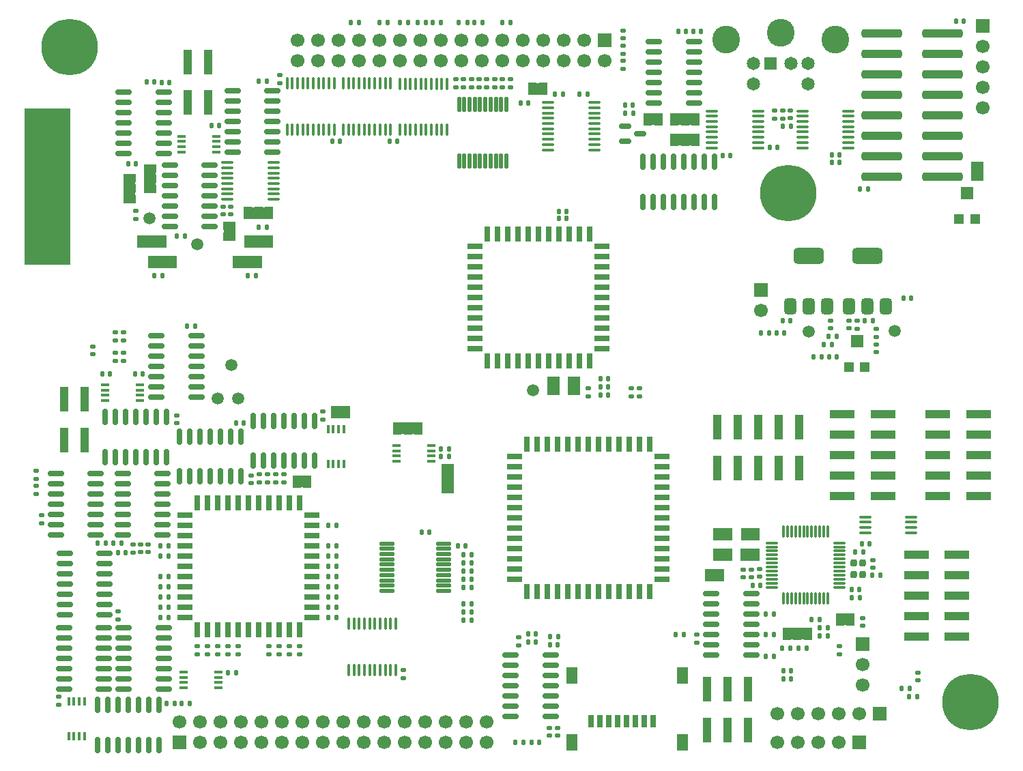
<source format=gts>
G04 #@! TF.GenerationSoftware,KiCad,Pcbnew,9.0.2*
G04 #@! TF.CreationDate,2025-07-03T22:36:25-04:00*
G04 #@! TF.ProjectId,Homebrew6502Project,486f6d65-6272-4657-9736-35303250726f,A*
G04 #@! TF.SameCoordinates,Original*
G04 #@! TF.FileFunction,Soldermask,Top*
G04 #@! TF.FilePolarity,Negative*
%FSLAX46Y46*%
G04 Gerber Fmt 4.6, Leading zero omitted, Abs format (unit mm)*
G04 Created by KiCad (PCBNEW 9.0.2) date 2025-07-03 22:36:25*
%MOMM*%
%LPD*%
G01*
G04 APERTURE LIST*
G04 Aperture macros list*
%AMRoundRect*
0 Rectangle with rounded corners*
0 $1 Rounding radius*
0 $2 $3 $4 $5 $6 $7 $8 $9 X,Y pos of 4 corners*
0 Add a 4 corners polygon primitive as box body*
4,1,4,$2,$3,$4,$5,$6,$7,$8,$9,$2,$3,0*
0 Add four circle primitives for the rounded corners*
1,1,$1+$1,$2,$3*
1,1,$1+$1,$4,$5*
1,1,$1+$1,$6,$7*
1,1,$1+$1,$8,$9*
0 Add four rect primitives between the rounded corners*
20,1,$1+$1,$2,$3,$4,$5,0*
20,1,$1+$1,$4,$5,$6,$7,0*
20,1,$1+$1,$6,$7,$8,$9,0*
20,1,$1+$1,$8,$9,$2,$3,0*%
G04 Aperture macros list end*
%ADD10C,0.100000*%
%ADD11RoundRect,0.135000X-0.185000X0.135000X-0.185000X-0.135000X0.185000X-0.135000X0.185000X0.135000X0*%
%ADD12RoundRect,0.140000X-0.140000X-0.170000X0.140000X-0.170000X0.140000X0.170000X-0.140000X0.170000X0*%
%ADD13RoundRect,0.147500X0.147500X0.172500X-0.147500X0.172500X-0.147500X-0.172500X0.147500X-0.172500X0*%
%ADD14RoundRect,0.140000X-0.170000X0.140000X-0.170000X-0.140000X0.170000X-0.140000X0.170000X0.140000X0*%
%ADD15RoundRect,0.140000X0.140000X0.170000X-0.140000X0.170000X-0.140000X-0.170000X0.140000X-0.170000X0*%
%ADD16RoundRect,0.140000X0.170000X-0.140000X0.170000X0.140000X-0.170000X0.140000X-0.170000X-0.140000X0*%
%ADD17R,1.200000X1.200000*%
%ADD18R,1.600000X1.500000*%
%ADD19RoundRect,0.135000X0.135000X0.185000X-0.135000X0.185000X-0.135000X-0.185000X0.135000X-0.185000X0*%
%ADD20RoundRect,0.100000X-0.637500X-0.100000X0.637500X-0.100000X0.637500X0.100000X-0.637500X0.100000X0*%
%ADD21R,1.000000X1.500000*%
%ADD22R,1.700000X1.700000*%
%ADD23C,1.700000*%
%ADD24RoundRect,0.125000X-0.825000X-0.125000X0.825000X-0.125000X0.825000X0.125000X-0.825000X0.125000X0*%
%ADD25R,1.000000X3.150000*%
%ADD26RoundRect,0.150000X0.825000X0.150000X-0.825000X0.150000X-0.825000X-0.150000X0.825000X-0.150000X0*%
%ADD27RoundRect,0.135000X-0.135000X-0.185000X0.135000X-0.185000X0.135000X0.185000X-0.135000X0.185000X0*%
%ADD28RoundRect,0.075000X-0.662500X-0.075000X0.662500X-0.075000X0.662500X0.075000X-0.662500X0.075000X0*%
%ADD29RoundRect,0.075000X-0.075000X-0.662500X0.075000X-0.662500X0.075000X0.662500X-0.075000X0.662500X0*%
%ADD30C,3.900000*%
%ADD31C,7.000000*%
%ADD32R,3.150000X1.000000*%
%ADD33RoundRect,0.150000X0.150000X-0.825000X0.150000X0.825000X-0.150000X0.825000X-0.150000X-0.825000X0*%
%ADD34RoundRect,0.150000X-0.150000X0.825000X-0.150000X-0.825000X0.150000X-0.825000X0.150000X0.825000X0*%
%ADD35R,1.500000X1.000000*%
%ADD36RoundRect,0.200000X-0.200000X0.250000X-0.200000X-0.250000X0.200000X-0.250000X0.200000X0.250000X0*%
%ADD37RoundRect,0.150000X-0.825000X-0.150000X0.825000X-0.150000X0.825000X0.150000X-0.825000X0.150000X0*%
%ADD38RoundRect,0.100000X0.100000X-0.637500X0.100000X0.637500X-0.100000X0.637500X-0.100000X-0.637500X0*%
%ADD39RoundRect,0.147500X0.172500X-0.147500X0.172500X0.147500X-0.172500X0.147500X-0.172500X-0.147500X0*%
%ADD40RoundRect,0.147500X-0.172500X0.147500X-0.172500X-0.147500X0.172500X-0.147500X0.172500X0.147500X0*%
%ADD41R,1.100000X0.400000*%
%ADD42RoundRect,0.375000X0.375000X-0.625000X0.375000X0.625000X-0.375000X0.625000X-0.375000X-0.625000X0*%
%ADD43RoundRect,0.500000X1.400000X-0.500000X1.400000X0.500000X-1.400000X0.500000X-1.400000X-0.500000X0*%
%ADD44C,1.500000*%
%ADD45R,0.700000X1.925000*%
%ADD46R,1.925000X0.700000*%
%ADD47R,0.400000X1.100000*%
%ADD48R,0.800000X1.500000*%
%ADD49R,1.450000X2.000000*%
%ADD50RoundRect,0.135000X0.185000X-0.135000X0.185000X0.135000X-0.185000X0.135000X-0.185000X-0.135000X0*%
%ADD51R,0.700000X1.910000*%
%ADD52R,1.910000X0.700000*%
%ADD53RoundRect,0.100000X0.637500X0.100000X-0.637500X0.100000X-0.637500X-0.100000X0.637500X-0.100000X0*%
%ADD54RoundRect,0.125000X0.125000X-0.825000X0.125000X0.825000X-0.125000X0.825000X-0.125000X-0.825000X0*%
%ADD55RoundRect,0.150000X-0.587500X-0.150000X0.587500X-0.150000X0.587500X0.150000X-0.587500X0.150000X0*%
%ADD56RoundRect,0.100000X-0.100000X0.637500X-0.100000X-0.637500X0.100000X-0.637500X0.100000X0.637500X0*%
%ADD57RoundRect,0.250000X-2.250000X-0.260000X2.250000X-0.260000X2.250000X0.260000X-2.250000X0.260000X0*%
%ADD58R,1.650000X1.650000*%
%ADD59C,1.650000*%
%ADD60C,3.450000*%
G04 APERTURE END LIST*
D10*
X83312000Y-68580000D02*
X88900000Y-68580000D01*
X88900000Y-87884000D01*
X83312000Y-87884000D01*
X83312000Y-68580000D01*
G36*
X83312000Y-68580000D02*
G01*
X88900000Y-68580000D01*
X88900000Y-87884000D01*
X83312000Y-87884000D01*
X83312000Y-68580000D01*
G37*
G36*
X147102468Y-66927201D02*
G01*
X146802468Y-66927201D01*
X146802468Y-65427201D01*
X147102468Y-65427201D01*
X147102468Y-66927201D01*
G37*
G36*
X101177265Y-88390800D02*
G01*
X99577265Y-88390800D01*
X99577265Y-86890800D01*
X101177265Y-86890800D01*
X101177265Y-88390800D01*
G37*
G36*
X117835265Y-115634200D02*
G01*
X117535265Y-115634200D01*
X117535265Y-114134200D01*
X117835265Y-114134200D01*
X117835265Y-115634200D01*
G37*
G36*
X166004065Y-73216200D02*
G01*
X164404065Y-73216200D01*
X164404065Y-71716200D01*
X166004065Y-71716200D01*
X166004065Y-73216200D01*
G37*
G36*
X122627265Y-107026200D02*
G01*
X122327265Y-107026200D01*
X122327265Y-105526200D01*
X122627265Y-105526200D01*
X122627265Y-107026200D01*
G37*
G36*
X113087468Y-82342801D02*
G01*
X111487468Y-82342801D01*
X111487468Y-80842801D01*
X113087468Y-80842801D01*
X113087468Y-82342801D01*
G37*
G36*
X99575468Y-76525601D02*
G01*
X98075468Y-76525601D01*
X98075468Y-78125601D01*
X99575468Y-78125601D01*
X99575468Y-76525601D01*
G37*
G36*
X109477468Y-83702201D02*
G01*
X107977468Y-83702201D01*
X107977468Y-84002201D01*
X109477468Y-84002201D01*
X109477468Y-83702201D01*
G37*
G36*
X166013265Y-70676200D02*
G01*
X164413265Y-70676200D01*
X164413265Y-69176200D01*
X166013265Y-69176200D01*
X166013265Y-70676200D01*
G37*
G36*
X135034765Y-115351200D02*
G01*
X136534765Y-115351200D01*
X136534765Y-113751200D01*
X135034765Y-113751200D01*
X135034765Y-115351200D01*
G37*
G36*
X152223865Y-102891400D02*
G01*
X150723865Y-102891400D01*
X150723865Y-103191400D01*
X152223865Y-103191400D01*
X152223865Y-102891400D01*
G37*
G36*
X148183865Y-103191400D02*
G01*
X149683865Y-103191400D01*
X149683865Y-102891400D01*
X148183865Y-102891400D01*
X148183865Y-103191400D01*
G37*
G36*
X202204465Y-76238200D02*
G01*
X200704465Y-76238200D01*
X200704465Y-76538200D01*
X202204465Y-76538200D01*
X202204465Y-76238200D01*
G37*
G36*
X130052265Y-107526200D02*
G01*
X131652265Y-107526200D01*
X131652265Y-109026200D01*
X130052265Y-109026200D01*
X130052265Y-107526200D01*
G37*
G36*
X97035468Y-77724001D02*
G01*
X95535468Y-77724001D01*
X95535468Y-79324001D01*
X97035468Y-79324001D01*
X97035468Y-77724001D01*
G37*
G36*
X173163865Y-120687400D02*
G01*
X173463865Y-120687400D01*
X173463865Y-122187400D01*
X173163865Y-122187400D01*
X173163865Y-120687400D01*
G37*
G36*
X113127265Y-85876200D02*
G01*
X111527265Y-85876200D01*
X111527265Y-84376200D01*
X113127265Y-84376200D01*
X113127265Y-85876200D01*
G37*
G36*
X173148865Y-123227400D02*
G01*
X173448865Y-123227400D01*
X173448865Y-124727400D01*
X173148865Y-124727400D01*
X173148865Y-123227400D01*
G37*
G36*
X185259865Y-132728400D02*
G01*
X184959865Y-132728400D01*
X184959865Y-131228400D01*
X185259865Y-131228400D01*
X185259865Y-132728400D01*
G37*
G36*
X161121665Y-69176200D02*
G01*
X161421665Y-69176200D01*
X161421665Y-70676200D01*
X161121665Y-70676200D01*
X161121665Y-69176200D01*
G37*
G36*
X170049865Y-122187400D02*
G01*
X169749865Y-122187400D01*
X169749865Y-120687400D01*
X170049865Y-120687400D01*
X170049865Y-122187400D01*
G37*
G36*
X170064865Y-124727400D02*
G01*
X169764865Y-124727400D01*
X169764865Y-123227400D01*
X170064865Y-123227400D01*
X170064865Y-124727400D01*
G37*
G36*
X111725665Y-88375300D02*
G01*
X110125665Y-88375300D01*
X110125665Y-86875300D01*
X111725665Y-86875300D01*
X111725665Y-88375300D01*
G37*
G36*
X99877265Y-85876200D02*
G01*
X98277265Y-85876200D01*
X98277265Y-84376200D01*
X99877265Y-84376200D01*
X99877265Y-85876200D01*
G37*
G36*
X179955865Y-134506400D02*
G01*
X178355865Y-134506400D01*
X178355865Y-133006400D01*
X179955865Y-133006400D01*
X179955865Y-134506400D01*
G37*
G36*
X169031265Y-127267400D02*
G01*
X168731265Y-127267400D01*
X168731265Y-125767400D01*
X169031265Y-125767400D01*
X169031265Y-127267400D01*
G37*
D11*
X97047468Y-81284001D03*
X97047468Y-82304001D03*
X114891265Y-135319700D03*
X114891265Y-136339700D03*
D12*
X154704865Y-103153400D03*
X155664865Y-103153400D03*
D13*
X147126465Y-147269200D03*
X146156465Y-147269200D03*
D14*
X111386065Y-114127400D03*
X111386065Y-115087400D03*
D12*
X121482268Y-72702801D03*
X122442268Y-72702801D03*
D15*
X113312468Y-65177201D03*
X112352468Y-65177201D03*
D16*
X107927468Y-81712201D03*
X107927468Y-80752201D03*
D17*
X185542065Y-100708600D03*
D18*
X186542065Y-97458600D03*
D17*
X187542065Y-100708600D03*
D19*
X188512065Y-94958600D03*
X187492065Y-94958600D03*
D12*
X177408465Y-139344400D03*
X178368465Y-139344400D03*
D11*
X84752265Y-113556200D03*
X84752265Y-114576200D03*
D19*
X101177265Y-129223700D03*
X100157265Y-129223700D03*
D14*
X98635265Y-122707400D03*
X98635265Y-123667400D03*
D20*
X179780265Y-68921200D03*
X179780265Y-69571200D03*
X179780265Y-70221200D03*
X179780265Y-70871200D03*
X179780265Y-71521200D03*
X179780265Y-72171200D03*
X179780265Y-72821200D03*
X179780265Y-73471200D03*
X185505265Y-73471200D03*
X185505265Y-72821200D03*
X185505265Y-72171200D03*
X185505265Y-71521200D03*
X185505265Y-70871200D03*
X185505265Y-70221200D03*
X185505265Y-69571200D03*
X185505265Y-68921200D03*
D11*
X159601865Y-103276400D03*
X159601865Y-104296400D03*
D12*
X187156865Y-122580400D03*
X188116865Y-122580400D03*
D21*
X147602468Y-66177201D03*
X146302468Y-66177201D03*
D11*
X140633868Y-64926401D03*
X140633868Y-65946401D03*
D22*
X102496065Y-147243800D03*
D23*
X102496065Y-144703800D03*
X105036065Y-147243800D03*
X105036065Y-144703800D03*
X107576065Y-147243800D03*
X107576065Y-144703800D03*
X110116065Y-147243800D03*
X110116065Y-144703800D03*
X112656065Y-147243800D03*
X112656065Y-144703800D03*
X115196065Y-147243800D03*
X115196065Y-144703800D03*
X117736065Y-147243800D03*
X117736065Y-144703800D03*
X120276065Y-147243800D03*
X120276065Y-144703800D03*
X122816065Y-147243800D03*
X122816065Y-144703800D03*
X125356065Y-147243800D03*
X125356065Y-144703800D03*
X127896065Y-147243800D03*
X127896065Y-144703800D03*
X130436065Y-147243800D03*
X130436065Y-144703800D03*
X132976065Y-147243800D03*
X132976065Y-144703800D03*
X135516065Y-147243800D03*
X135516065Y-144703800D03*
X138056065Y-147243800D03*
X138056065Y-144703800D03*
X140596065Y-147243800D03*
X140596065Y-144703800D03*
D12*
X100922265Y-142401200D03*
X101882265Y-142401200D03*
D11*
X141599068Y-64926401D03*
X141599068Y-65946401D03*
D19*
X122003265Y-120333700D03*
X120983265Y-120333700D03*
D12*
X137017265Y-122885200D03*
X137977265Y-122885200D03*
D19*
X176238865Y-131343400D03*
X175218865Y-131343400D03*
D21*
X101677265Y-87640800D03*
X100377265Y-87640800D03*
X99077265Y-87640800D03*
D14*
X185542065Y-94908600D03*
X185542065Y-95868600D03*
D12*
X102780665Y-142468600D03*
X103740665Y-142468600D03*
X134947265Y-111776200D03*
X135907265Y-111776200D03*
D21*
X118335265Y-114884200D03*
X117035265Y-114884200D03*
D12*
X183425665Y-75311000D03*
X184385665Y-75311000D03*
D11*
X166709865Y-133883400D03*
X166709865Y-134903400D03*
D12*
X94892265Y-123701200D03*
X95852265Y-123701200D03*
D11*
X188942065Y-95938600D03*
X188942065Y-96958600D03*
D24*
X128282265Y-122601200D03*
X128282265Y-123251200D03*
X128282265Y-123901200D03*
X128282265Y-124551200D03*
X128282265Y-125201200D03*
X128282265Y-125851200D03*
X128282265Y-126501200D03*
X128282265Y-127151200D03*
X128282265Y-127801200D03*
X128282265Y-128451200D03*
X135282265Y-128451200D03*
X135282265Y-127801200D03*
X135282265Y-127151200D03*
X135282265Y-126501200D03*
X135282265Y-125851200D03*
X135282265Y-125201200D03*
X135282265Y-124551200D03*
X135282265Y-123901200D03*
X135282265Y-123251200D03*
X135282265Y-122601200D03*
D11*
X142564268Y-64926401D03*
X142564268Y-65946401D03*
D25*
X167979865Y-145694400D03*
X167979865Y-140644400D03*
X170519865Y-145694400D03*
X170519865Y-140644400D03*
X173059865Y-145694400D03*
X173059865Y-140644400D03*
D26*
X92132765Y-121488200D03*
X92132765Y-120218200D03*
X92132765Y-118948200D03*
X92132765Y-117678200D03*
X92132765Y-116408200D03*
X92132765Y-115138200D03*
X92132765Y-113868200D03*
X87182765Y-113868200D03*
X87182765Y-115138200D03*
X87182765Y-116408200D03*
X87182765Y-117678200D03*
X87182765Y-118948200D03*
X87182765Y-120218200D03*
X87182765Y-121488200D03*
D27*
X120983265Y-122873700D03*
X122003265Y-122873700D03*
D11*
X157527265Y-60782200D03*
X157527265Y-61802200D03*
D12*
X148503265Y-134162800D03*
X149463265Y-134162800D03*
D28*
X176025365Y-122506400D03*
X176025365Y-123006400D03*
X176025365Y-123506400D03*
X176025365Y-124006400D03*
X176025365Y-124506400D03*
X176025365Y-125006400D03*
X176025365Y-125506400D03*
X176025365Y-126006400D03*
X176025365Y-126506400D03*
X176025365Y-127006400D03*
X176025365Y-127506400D03*
X176025365Y-128006400D03*
D29*
X177437865Y-129418900D03*
X177937865Y-129418900D03*
X178437865Y-129418900D03*
X178937865Y-129418900D03*
X179437865Y-129418900D03*
X179937865Y-129418900D03*
X180437865Y-129418900D03*
X180937865Y-129418900D03*
X181437865Y-129418900D03*
X181937865Y-129418900D03*
X182437865Y-129418900D03*
X182937865Y-129418900D03*
D28*
X184350365Y-128006400D03*
X184350365Y-127506400D03*
X184350365Y-127006400D03*
X184350365Y-126506400D03*
X184350365Y-126006400D03*
X184350365Y-125506400D03*
X184350365Y-125006400D03*
X184350365Y-124506400D03*
X184350365Y-124006400D03*
X184350365Y-123506400D03*
X184350365Y-123006400D03*
X184350365Y-122506400D03*
D29*
X182937865Y-121093900D03*
X182437865Y-121093900D03*
X181937865Y-121093900D03*
X181437865Y-121093900D03*
X180937865Y-121093900D03*
X180437865Y-121093900D03*
X179937865Y-121093900D03*
X179437865Y-121093900D03*
X178937865Y-121093900D03*
X178437865Y-121093900D03*
X177937865Y-121093900D03*
X177437865Y-121093900D03*
D27*
X137757865Y-123981400D03*
X138777865Y-123981400D03*
D11*
X107271265Y-135317700D03*
X107271265Y-136337700D03*
D15*
X184380465Y-74396600D03*
X183420465Y-74396600D03*
D12*
X108546465Y-138633200D03*
X109506465Y-138633200D03*
D21*
X166504065Y-72466200D03*
X165204065Y-72466200D03*
X163904065Y-72466200D03*
D16*
X114929068Y-65433201D03*
X114929068Y-64473201D03*
D27*
X120983265Y-127953700D03*
X122003265Y-127953700D03*
D12*
X149592865Y-82270600D03*
X150552865Y-82270600D03*
X183062065Y-96858600D03*
X184022065Y-96858600D03*
D14*
X188942065Y-97898600D03*
X188942065Y-98858600D03*
D27*
X137755865Y-127029400D03*
X138775865Y-127029400D03*
D30*
X200660000Y-142240000D03*
D31*
X200660000Y-142240000D03*
D11*
X106001265Y-135317700D03*
X106001265Y-136337700D03*
D12*
X134947265Y-110851200D03*
X135907265Y-110851200D03*
D11*
X113621265Y-135319700D03*
X113621265Y-136339700D03*
D16*
X130277265Y-139261200D03*
X130277265Y-138301200D03*
D32*
X193913265Y-124002800D03*
X198963265Y-124002800D03*
X193913265Y-126542800D03*
X198963265Y-126542800D03*
X193913265Y-129082800D03*
X198963265Y-129082800D03*
X193913265Y-131622800D03*
X198963265Y-131622800D03*
X193913265Y-134162800D03*
X198963265Y-134162800D03*
D12*
X166227265Y-59004200D03*
X167187265Y-59004200D03*
D27*
X137753865Y-130077400D03*
X138773865Y-130077400D03*
D14*
X172424865Y-125811400D03*
X172424865Y-126771400D03*
D21*
X123127265Y-106276200D03*
X121827265Y-106276200D03*
D22*
X202140265Y-58369200D03*
D23*
X202140265Y-60909200D03*
X202140265Y-63449200D03*
X202140265Y-65989200D03*
X202140265Y-68529200D03*
D27*
X120983265Y-126683700D03*
X122003265Y-126683700D03*
D33*
X92311965Y-147559800D03*
X93581965Y-147559800D03*
X94851965Y-147559800D03*
X96121965Y-147559800D03*
X97391965Y-147559800D03*
X98661965Y-147559800D03*
X99931965Y-147559800D03*
X99931965Y-142609800D03*
X98661965Y-142609800D03*
X97391965Y-142609800D03*
X96121965Y-142609800D03*
X94851965Y-142609800D03*
X93581965Y-142609800D03*
X92311965Y-142609800D03*
D27*
X120983265Y-129223700D03*
X122003265Y-129223700D03*
D21*
X113587468Y-81592801D03*
X112287468Y-81592801D03*
X110987468Y-81592801D03*
D15*
X103151265Y-84455000D03*
X102191265Y-84455000D03*
D34*
X100921265Y-106886200D03*
X99651265Y-106886200D03*
X98381265Y-106886200D03*
X97111265Y-106886200D03*
X95841265Y-106886200D03*
X94571265Y-106886200D03*
X93301265Y-106886200D03*
X93301265Y-111836200D03*
X94571265Y-111836200D03*
X95841265Y-111836200D03*
X97111265Y-111836200D03*
X98381265Y-111836200D03*
X99651265Y-111836200D03*
X100921265Y-111836200D03*
D35*
X98825468Y-76025601D03*
X98825468Y-77325601D03*
X98825468Y-78625601D03*
D30*
X88900000Y-60960000D03*
D31*
X88900000Y-60960000D03*
D36*
X186140865Y-124993400D03*
X186140865Y-126393400D03*
X187240865Y-126393400D03*
X187240865Y-124993400D03*
D27*
X120983265Y-125413700D03*
X122003265Y-125413700D03*
D12*
X154704865Y-104169400D03*
X155664865Y-104169400D03*
D14*
X97720865Y-122712600D03*
X97720865Y-123672600D03*
D27*
X137757865Y-132109400D03*
X138777865Y-132109400D03*
D12*
X145752265Y-133807200D03*
X146712265Y-133807200D03*
D37*
X88184665Y-132995700D03*
X88184665Y-134265700D03*
X88184665Y-135535700D03*
X88184665Y-136805700D03*
X88184665Y-138075700D03*
X88184665Y-139345700D03*
X88184665Y-140615700D03*
X93134665Y-140615700D03*
X93134665Y-139345700D03*
X93134665Y-138075700D03*
X93134665Y-136805700D03*
X93134665Y-135535700D03*
X93134665Y-134265700D03*
X93134665Y-132995700D03*
D14*
X157527265Y-58916200D03*
X157527265Y-59876200D03*
D35*
X108727468Y-83202201D03*
X108727468Y-84502201D03*
D15*
X93901200Y-101549200D03*
X92941200Y-101549200D03*
D38*
X129854468Y-71247301D03*
X130504468Y-71247301D03*
X131154468Y-71247301D03*
X131804468Y-71247301D03*
X132454468Y-71247301D03*
X133104468Y-71247301D03*
X133754468Y-71247301D03*
X134404468Y-71247301D03*
X135054468Y-71247301D03*
X135704468Y-71247301D03*
X135704468Y-65522301D03*
X135054468Y-65522301D03*
X134404468Y-65522301D03*
X133754468Y-65522301D03*
X133104468Y-65522301D03*
X132454468Y-65522301D03*
X131804468Y-65522301D03*
X131154468Y-65522301D03*
X130504468Y-65522301D03*
X129854468Y-65522301D03*
D22*
X174632065Y-91160600D03*
D23*
X174632065Y-93700600D03*
D15*
X97969665Y-101574600D03*
X97009665Y-101574600D03*
D27*
X112347265Y-83320001D03*
X113367265Y-83320001D03*
D25*
X106089868Y-62811801D03*
X106089868Y-67861801D03*
X103549868Y-62811801D03*
X103549868Y-67861801D03*
D14*
X174456865Y-125755400D03*
X174456865Y-126715400D03*
D39*
X84752265Y-116421200D03*
X84752265Y-115451200D03*
D14*
X178289665Y-68864600D03*
X178289665Y-69824600D03*
D22*
X186801265Y-147218400D03*
D23*
X184261265Y-147218400D03*
X181721265Y-147218400D03*
X179181265Y-147218400D03*
X176641265Y-147218400D03*
D20*
X108459768Y-75304601D03*
X108459768Y-75954601D03*
X108459768Y-76604601D03*
X108459768Y-77254601D03*
X108459768Y-77904601D03*
X108459768Y-78554601D03*
X108459768Y-79204601D03*
X108459768Y-79854601D03*
X114184768Y-79854601D03*
X114184768Y-79204601D03*
X114184768Y-78554601D03*
X114184768Y-77904601D03*
X114184768Y-77254601D03*
X114184768Y-76604601D03*
X114184768Y-75954601D03*
X114184768Y-75304601D03*
D15*
X174555865Y-127787400D03*
X173595865Y-127787400D03*
D21*
X166513265Y-69926200D03*
X165213265Y-69926200D03*
X163913265Y-69926200D03*
D35*
X135784765Y-115851200D03*
X135784765Y-114551200D03*
X135784765Y-113251200D03*
D11*
X138703468Y-64930401D03*
X138703468Y-65950401D03*
D35*
X151473865Y-102391400D03*
X151473865Y-103691400D03*
D27*
X137755865Y-124997400D03*
X138775865Y-124997400D03*
X137175468Y-57920001D03*
X138195468Y-57920001D03*
D37*
X101292268Y-75598401D03*
X101292268Y-76868401D03*
X101292268Y-78138401D03*
X101292268Y-79408401D03*
X101292268Y-80678401D03*
X101292268Y-81948401D03*
X101292268Y-83218401D03*
X106242268Y-83218401D03*
X106242268Y-81948401D03*
X106242268Y-80678401D03*
X106242268Y-79408401D03*
X106242268Y-78138401D03*
X106242268Y-76868401D03*
X106242268Y-75598401D03*
D40*
X95587265Y-96388200D03*
X95587265Y-97358200D03*
D30*
X178027265Y-79126200D03*
D31*
X178027265Y-79126200D03*
D14*
X91795600Y-98145600D03*
X91795600Y-99105600D03*
D19*
X124788268Y-57920001D03*
X123768268Y-57920001D03*
D12*
X144817665Y-67894200D03*
X145777665Y-67894200D03*
D11*
X137738268Y-64930401D03*
X137738268Y-65950401D03*
D41*
X102771468Y-72032601D03*
X102771468Y-72682601D03*
X102771468Y-73332601D03*
X102771468Y-73982601D03*
X107071468Y-73982601D03*
X107071468Y-73332601D03*
X107071468Y-72682601D03*
X107071468Y-72032601D03*
D20*
X168543765Y-68921200D03*
X168543765Y-69571200D03*
X168543765Y-70221200D03*
X168543765Y-70871200D03*
X168543765Y-71521200D03*
X168543765Y-72171200D03*
X168543765Y-72821200D03*
X168543765Y-73471200D03*
X174268765Y-73471200D03*
X174268765Y-72821200D03*
X174268765Y-72171200D03*
X174268765Y-71521200D03*
X174268765Y-70871200D03*
X174268765Y-70221200D03*
X174268765Y-69571200D03*
X174268765Y-68921200D03*
D35*
X148933865Y-103691400D03*
X148933865Y-102391400D03*
D12*
X157817265Y-69164200D03*
X158777265Y-69164200D03*
D42*
X178292065Y-93158600D03*
X180592065Y-93158600D03*
D43*
X180592065Y-86858600D03*
D42*
X182892065Y-93158600D03*
D11*
X115450065Y-113991200D03*
X115450065Y-115011200D03*
D19*
X101177265Y-127953700D03*
X100157265Y-127953700D03*
D12*
X177332065Y-94958600D03*
X178292065Y-94958600D03*
D27*
X181945865Y-132994400D03*
X182965865Y-132994400D03*
D12*
X92386765Y-122504200D03*
X93346765Y-122504200D03*
D16*
X187253865Y-132811400D03*
X187253865Y-131851400D03*
D44*
X107277265Y-104626200D03*
D22*
X187258465Y-135026400D03*
D23*
X187258465Y-137566400D03*
X187258465Y-140106400D03*
D16*
X87484665Y-142565000D03*
X87484665Y-141605000D03*
D32*
X184748465Y-106527600D03*
X189798465Y-106527600D03*
X184748465Y-109067600D03*
X189798465Y-109067600D03*
X184748465Y-111607600D03*
X189798465Y-111607600D03*
X184748465Y-114147600D03*
X189798465Y-114147600D03*
X184748465Y-116687600D03*
X189798465Y-116687600D03*
D11*
X116161265Y-135315700D03*
X116161265Y-136335700D03*
D42*
X185542065Y-93158600D03*
X187842065Y-93158600D03*
D43*
X187842065Y-86858600D03*
D42*
X190142065Y-93158600D03*
D38*
X122835368Y-71223501D03*
X123485368Y-71223501D03*
X124135368Y-71223501D03*
X124785368Y-71223501D03*
X125435368Y-71223501D03*
X126085368Y-71223501D03*
X126735368Y-71223501D03*
X127385368Y-71223501D03*
X128035368Y-71223501D03*
X128685368Y-71223501D03*
X128685368Y-65498501D03*
X128035368Y-65498501D03*
X127385368Y-65498501D03*
X126735368Y-65498501D03*
X126085368Y-65498501D03*
X125435368Y-65498501D03*
X124785368Y-65498501D03*
X124135368Y-65498501D03*
X123485368Y-65498501D03*
X122835368Y-65498501D03*
D45*
X111081265Y-117562700D03*
X109811265Y-117562700D03*
X108541265Y-117562700D03*
X107271265Y-117562700D03*
X106001265Y-117562700D03*
X104731265Y-117562700D03*
D46*
X103218765Y-119075200D03*
X103218765Y-120345200D03*
X103218765Y-121615200D03*
X103218765Y-122885200D03*
X103218765Y-124155200D03*
X103218765Y-125425200D03*
X103218765Y-126695200D03*
X103218765Y-127965200D03*
X103218765Y-129235200D03*
X103218765Y-130505200D03*
X103218765Y-131775200D03*
D45*
X104731265Y-133287700D03*
X106001265Y-133287700D03*
X107271265Y-133287700D03*
X108541265Y-133287700D03*
X109811265Y-133287700D03*
X111081265Y-133287700D03*
X112351265Y-133287700D03*
X113621265Y-133287700D03*
X114891265Y-133287700D03*
X116161265Y-133287700D03*
X117431265Y-133287700D03*
D46*
X118943765Y-131775200D03*
X118943765Y-130505200D03*
X118943765Y-129235200D03*
X118943765Y-127965200D03*
X118943765Y-126695200D03*
X118943765Y-125425200D03*
X118943765Y-124155200D03*
X118943765Y-122885200D03*
X118943765Y-121615200D03*
X118943765Y-120345200D03*
X118943765Y-119075200D03*
D45*
X117431265Y-117562700D03*
X116161265Y-117562700D03*
X114891265Y-117562700D03*
X113621265Y-117562700D03*
X112351265Y-117562700D03*
D19*
X134944268Y-57920001D03*
X133924268Y-57920001D03*
D12*
X177403265Y-138328400D03*
X178363265Y-138328400D03*
D27*
X181947865Y-134010400D03*
X182967865Y-134010400D03*
D35*
X201454465Y-75738200D03*
X201454465Y-77038200D03*
D16*
X120327265Y-107176200D03*
X120327265Y-106216200D03*
D21*
X129552265Y-108276200D03*
X130852265Y-108276200D03*
X132152265Y-108276200D03*
D13*
X184060265Y-99390200D03*
X183090265Y-99390200D03*
D11*
X144609265Y-134186200D03*
X144609265Y-135206200D03*
D12*
X148475265Y-135128000D03*
X149435265Y-135128000D03*
D35*
X96285468Y-77224001D03*
X96285468Y-78524001D03*
X96285468Y-79824001D03*
D21*
X172663865Y-121437400D03*
X173963865Y-121437400D03*
D32*
X196569865Y-106527600D03*
X201619865Y-106527600D03*
X196569865Y-109067600D03*
X201619865Y-109067600D03*
X196569865Y-111607600D03*
X201619865Y-111607600D03*
X196569865Y-114147600D03*
X201619865Y-114147600D03*
X196569865Y-116687600D03*
X201619865Y-116687600D03*
D21*
X113627265Y-85126200D03*
X112327265Y-85126200D03*
X111027265Y-85126200D03*
X172648865Y-123977400D03*
X173948865Y-123977400D03*
X185759865Y-131978400D03*
X184459865Y-131978400D03*
D12*
X145752265Y-134823200D03*
X146712265Y-134823200D03*
D44*
X191242065Y-96208600D03*
D47*
X88770265Y-146498200D03*
X89420265Y-146498200D03*
X90070265Y-146498200D03*
X90720265Y-146498200D03*
X90720265Y-142198200D03*
X90070265Y-142198200D03*
X89420265Y-142198200D03*
X88770265Y-142198200D03*
D19*
X101175265Y-122873700D03*
X100155265Y-122873700D03*
D20*
X148229468Y-67875001D03*
X148229468Y-68525001D03*
X148229468Y-69175001D03*
X148229468Y-69825001D03*
X148229468Y-70475001D03*
X148229468Y-71125001D03*
X148229468Y-71775001D03*
X148229468Y-72425001D03*
X148229468Y-73075001D03*
X148229468Y-73725001D03*
X153954468Y-73725001D03*
X153954468Y-73075001D03*
X153954468Y-72425001D03*
X153954468Y-71775001D03*
X153954468Y-71125001D03*
X153954468Y-70475001D03*
X153954468Y-69825001D03*
X153954468Y-69175001D03*
X153954468Y-68525001D03*
X153954468Y-67875001D03*
D19*
X101177265Y-131763700D03*
X100157265Y-131763700D03*
D15*
X110466465Y-107619800D03*
X109506465Y-107619800D03*
D21*
X160621665Y-69926200D03*
X161921665Y-69926200D03*
D14*
X108852468Y-80767201D03*
X108852468Y-81727201D03*
D11*
X113418065Y-113993200D03*
X113418065Y-115013200D03*
D14*
X183292065Y-94898600D03*
X183292065Y-95858600D03*
D21*
X170549865Y-121437400D03*
X169249865Y-121437400D03*
D19*
X145144465Y-147269200D03*
X144124465Y-147269200D03*
D15*
X104421265Y-95580200D03*
X103461265Y-95580200D03*
D48*
X161246865Y-144618400D03*
X160146865Y-144618400D03*
X159046865Y-144618400D03*
X157946865Y-144618400D03*
X156846865Y-144618400D03*
X155746865Y-144618400D03*
X154646865Y-144618400D03*
X153546865Y-144618400D03*
D49*
X164921865Y-147218400D03*
X164921865Y-138918400D03*
X151171865Y-147218400D03*
X151171865Y-138918400D03*
D19*
X100372665Y-89368000D03*
X99352665Y-89368000D03*
D44*
X108922265Y-100406200D03*
D11*
X108541265Y-135317700D03*
X108541265Y-136337700D03*
D22*
X155264268Y-60155201D03*
D23*
X155264268Y-62695201D03*
X152724268Y-60155201D03*
X152724268Y-62695201D03*
X150184268Y-60155201D03*
X150184268Y-62695201D03*
X147644268Y-60155201D03*
X147644268Y-62695201D03*
X145104268Y-60155201D03*
X145104268Y-62695201D03*
X142564268Y-60155201D03*
X142564268Y-62695201D03*
X140024268Y-60155201D03*
X140024268Y-62695201D03*
X137484268Y-60155201D03*
X137484268Y-62695201D03*
X134944268Y-60155201D03*
X134944268Y-62695201D03*
X132404268Y-60155201D03*
X132404268Y-62695201D03*
X129864268Y-60155201D03*
X129864268Y-62695201D03*
X127324268Y-60155201D03*
X127324268Y-62695201D03*
X124784268Y-60155201D03*
X124784268Y-62695201D03*
X122244268Y-60155201D03*
X122244268Y-62695201D03*
X119704268Y-60155201D03*
X119704268Y-62695201D03*
X117164268Y-60155201D03*
X117164268Y-62695201D03*
D21*
X170564865Y-123977400D03*
X169264865Y-123977400D03*
D11*
X136773068Y-64930401D03*
X136773068Y-65950401D03*
D44*
X109811265Y-104626200D03*
X146387265Y-103555800D03*
D12*
X128571468Y-72702801D03*
X129531468Y-72702801D03*
D26*
X100538468Y-74226801D03*
X100538468Y-72956801D03*
X100538468Y-71686801D03*
X100538468Y-70416801D03*
X100538468Y-69146801D03*
X100538468Y-67876801D03*
X100538468Y-66606801D03*
X95588468Y-66606801D03*
X95588468Y-67876801D03*
X95588468Y-69146801D03*
X95588468Y-70416801D03*
X95588468Y-71686801D03*
X95588468Y-72956801D03*
X95588468Y-74226801D03*
D12*
X164098865Y-133908800D03*
X165058865Y-133908800D03*
D15*
X176664065Y-73431400D03*
X175704065Y-73431400D03*
D11*
X184360265Y-135327200D03*
X184360265Y-136347200D03*
D27*
X137753865Y-128045400D03*
X138773865Y-128045400D03*
D19*
X140079068Y-57920001D03*
X139059068Y-57920001D03*
X176238865Y-133883400D03*
X175218865Y-133883400D03*
D50*
X153251865Y-104300400D03*
X153251865Y-103280400D03*
D21*
X112225665Y-87625300D03*
X110925665Y-87625300D03*
X109625665Y-87625300D03*
D14*
X148380865Y-145451400D03*
X148380865Y-146411400D03*
D21*
X100377265Y-85126200D03*
X99077265Y-85126200D03*
X97777265Y-85126200D03*
D15*
X170844865Y-74447400D03*
X169884865Y-74447400D03*
D12*
X96151265Y-75463400D03*
X97111265Y-75463400D03*
X149592865Y-81356200D03*
X150552865Y-81356200D03*
D22*
X189341265Y-143662400D03*
D23*
X186801265Y-143662400D03*
X184261265Y-143662400D03*
X181721265Y-143662400D03*
X179181265Y-143662400D03*
X176641265Y-143662400D03*
D12*
X154704865Y-102137400D03*
X155664865Y-102137400D03*
X152147468Y-66827201D03*
X153107468Y-66827201D03*
D27*
X120987265Y-131763700D03*
X122007265Y-131763700D03*
D44*
X98774668Y-82202401D03*
D41*
X103004065Y-138531600D03*
X103004065Y-139181600D03*
X103004065Y-139831600D03*
X103004065Y-140481600D03*
X107304065Y-140481600D03*
X107304065Y-139831600D03*
X107304065Y-139181600D03*
X107304065Y-138531600D03*
D16*
X102191265Y-107670600D03*
X102191265Y-106710600D03*
D51*
X153251865Y-110265400D03*
X151981865Y-110265400D03*
X150711865Y-110265400D03*
X149441865Y-110265400D03*
X148171865Y-110265400D03*
X146901865Y-110265400D03*
X145631865Y-110265400D03*
D52*
X144111865Y-111785400D03*
X144111865Y-113055400D03*
X144111865Y-114325400D03*
X144111865Y-115595400D03*
X144111865Y-116865400D03*
X144111865Y-118135400D03*
X144111865Y-119405400D03*
X144111865Y-120675400D03*
X144111865Y-121945400D03*
X144111865Y-123215400D03*
X144111865Y-124485400D03*
X144111865Y-125755400D03*
X144111865Y-127025400D03*
D51*
X145631865Y-128545400D03*
X146901865Y-128545400D03*
X148171865Y-128545400D03*
X149441865Y-128545400D03*
X150711865Y-128545400D03*
X151981865Y-128545400D03*
X153251865Y-128545400D03*
X154521865Y-128545400D03*
X155791865Y-128545400D03*
X157061865Y-128545400D03*
X158331865Y-128545400D03*
X159601865Y-128545400D03*
X160871865Y-128545400D03*
D52*
X162391865Y-127025400D03*
X162391865Y-125755400D03*
X162391865Y-124485400D03*
X162391865Y-123215400D03*
X162391865Y-121945400D03*
X162391865Y-120675400D03*
X162391865Y-119405400D03*
X162391865Y-118135400D03*
X162391865Y-116865400D03*
X162391865Y-115595400D03*
X162391865Y-114325400D03*
X162391865Y-113055400D03*
X162391865Y-111785400D03*
D51*
X160871865Y-110265400D03*
X159601865Y-110265400D03*
X158331865Y-110265400D03*
X157061865Y-110265400D03*
X155791865Y-110265400D03*
X154521865Y-110265400D03*
D11*
X114434065Y-113993200D03*
X114434065Y-115013200D03*
D12*
X198866265Y-57734200D03*
X199826265Y-57734200D03*
D11*
X117431265Y-135315700D03*
X117431265Y-136335700D03*
D12*
X177380465Y-70789800D03*
X178340465Y-70789800D03*
X192332065Y-92108600D03*
X193292065Y-92108600D03*
D44*
X180592065Y-96258600D03*
D27*
X120985265Y-130493700D03*
X122005265Y-130493700D03*
D21*
X180455865Y-133756400D03*
X179155865Y-133756400D03*
X177855865Y-133756400D03*
D14*
X173440865Y-125811400D03*
X173440865Y-126771400D03*
D44*
X104731265Y-85420200D03*
D15*
X99415600Y-65328800D03*
X98455600Y-65328800D03*
D40*
X95587265Y-98928200D03*
X95587265Y-99898200D03*
D19*
X101177265Y-130493700D03*
X100157265Y-130493700D03*
D11*
X186542065Y-94908600D03*
X186542065Y-95928600D03*
D15*
X165335665Y-59004200D03*
X164375665Y-59004200D03*
D11*
X158585865Y-103276400D03*
X158585865Y-104296400D03*
D27*
X137753865Y-126013400D03*
X138773865Y-126013400D03*
D25*
X179409865Y-108132400D03*
X179409865Y-113182400D03*
X176869865Y-108132400D03*
X176869865Y-113182400D03*
X174329865Y-108132400D03*
X174329865Y-113182400D03*
X171789865Y-108132400D03*
X171789865Y-113182400D03*
X169249865Y-108132400D03*
X169249865Y-113182400D03*
D19*
X178270865Y-135534400D03*
X177250865Y-135534400D03*
D50*
X177324465Y-69875400D03*
X177324465Y-68855400D03*
D34*
X110116065Y-109324600D03*
X108846065Y-109324600D03*
X107576065Y-109324600D03*
X106306065Y-109324600D03*
X105036065Y-109324600D03*
X103766065Y-109324600D03*
X102496065Y-109324600D03*
X102496065Y-114274600D03*
X103766065Y-114274600D03*
X105036065Y-114274600D03*
X106306065Y-114274600D03*
X107576065Y-114274600D03*
X108846065Y-114274600D03*
X110116065Y-114274600D03*
D37*
X88272065Y-123799600D03*
X88272065Y-125069600D03*
X88272065Y-126339600D03*
X88272065Y-127609600D03*
X88272065Y-128879600D03*
X88272065Y-130149600D03*
X88272065Y-131419600D03*
X93222065Y-131419600D03*
X93222065Y-130149600D03*
X93222065Y-128879600D03*
X93222065Y-127609600D03*
X93222065Y-126339600D03*
X93222065Y-125069600D03*
X93222065Y-123799600D03*
D33*
X160001665Y-80159400D03*
X161271665Y-80159400D03*
X162541665Y-80159400D03*
X163811665Y-80159400D03*
X165081665Y-80159400D03*
X166351665Y-80159400D03*
X167621665Y-80159400D03*
X168891665Y-80159400D03*
X168891665Y-75209400D03*
X167621665Y-75209400D03*
X166351665Y-75209400D03*
X165081665Y-75209400D03*
X163811665Y-75209400D03*
X162541665Y-75209400D03*
X161271665Y-75209400D03*
X160001665Y-75209400D03*
D27*
X174628065Y-96494600D03*
X175648065Y-96494600D03*
D11*
X139668668Y-64930401D03*
X139668668Y-65950401D03*
D27*
X179280865Y-135534400D03*
X180300865Y-135534400D03*
D13*
X177548065Y-96494600D03*
X176578065Y-96494600D03*
D21*
X169531265Y-126517400D03*
X168231265Y-126517400D03*
D27*
X132046668Y-57920001D03*
X133066668Y-57920001D03*
D16*
X94926865Y-131998600D03*
X94926865Y-131038600D03*
D37*
X109087068Y-66403601D03*
X109087068Y-67673601D03*
X109087068Y-68943601D03*
X109087068Y-70213601D03*
X109087068Y-71483601D03*
X109087068Y-72753601D03*
X109087068Y-74023601D03*
X114037068Y-74023601D03*
X114037068Y-72753601D03*
X114037068Y-71483601D03*
X114037068Y-70213601D03*
X114037068Y-68943601D03*
X114037068Y-67673601D03*
X114037068Y-66403601D03*
D26*
X100424765Y-121488200D03*
X100424765Y-120218200D03*
X100424765Y-118948200D03*
X100424765Y-117678200D03*
X100424765Y-116408200D03*
X100424765Y-115138200D03*
X100424765Y-113868200D03*
X95474765Y-113868200D03*
X95474765Y-115138200D03*
X95474765Y-116408200D03*
X95474765Y-117678200D03*
X95474765Y-118948200D03*
X95474765Y-120218200D03*
X95474765Y-121488200D03*
D50*
X96755665Y-123727400D03*
X96755665Y-122707400D03*
D27*
X186332265Y-123601200D03*
X187352265Y-123601200D03*
D19*
X176236865Y-136550400D03*
X175216865Y-136550400D03*
D27*
X192996265Y-141554200D03*
X194016265Y-141554200D03*
D38*
X115843468Y-71214201D03*
X116493468Y-71214201D03*
X117143468Y-71214201D03*
X117793468Y-71214201D03*
X118443468Y-71214201D03*
X119093468Y-71214201D03*
X119743468Y-71214201D03*
X120393468Y-71214201D03*
X121043468Y-71214201D03*
X121693468Y-71214201D03*
X121693468Y-65489201D03*
X121043468Y-65489201D03*
X120393468Y-65489201D03*
X119743468Y-65489201D03*
X119093468Y-65489201D03*
X118443468Y-65489201D03*
X117793468Y-65489201D03*
X117143468Y-65489201D03*
X116493468Y-65489201D03*
X115843468Y-65489201D03*
D53*
X193288265Y-121249200D03*
X193288265Y-120599200D03*
X193288265Y-119949200D03*
X193288265Y-119299200D03*
X187563265Y-119299200D03*
X187563265Y-119949200D03*
X187563265Y-120599200D03*
X187563265Y-121249200D03*
D37*
X99652265Y-96801200D03*
X99652265Y-98071200D03*
X99652265Y-99341200D03*
X99652265Y-100611200D03*
X99652265Y-101881200D03*
X99652265Y-103151200D03*
X99652265Y-104421200D03*
X104602265Y-104421200D03*
X104602265Y-103151200D03*
X104602265Y-101881200D03*
X104602265Y-100611200D03*
X104602265Y-99341200D03*
X104602265Y-98071200D03*
X104602265Y-96801200D03*
D27*
X111007265Y-89352500D03*
X112027265Y-89352500D03*
X181186265Y-99390200D03*
X182206265Y-99390200D03*
D15*
X187916265Y-78562200D03*
X186956265Y-78562200D03*
D37*
X161373265Y-60274200D03*
X161373265Y-61544200D03*
X161373265Y-62814200D03*
X161373265Y-64084200D03*
X161373265Y-65354200D03*
X161373265Y-66624200D03*
X161373265Y-67894200D03*
X166323265Y-67894200D03*
X166323265Y-66624200D03*
X166323265Y-65354200D03*
X166323265Y-64084200D03*
X166323265Y-62814200D03*
X166323265Y-61544200D03*
X166323265Y-60274200D03*
D50*
X85427265Y-120091200D03*
X85427265Y-119071200D03*
D39*
X157527265Y-63656200D03*
X157527265Y-62686200D03*
D27*
X120983265Y-124143700D03*
X122003265Y-124143700D03*
D54*
X137200268Y-75130801D03*
X137850268Y-75130801D03*
X138500268Y-75130801D03*
X139150268Y-75130801D03*
X139800268Y-75130801D03*
X140450268Y-75130801D03*
X141100268Y-75130801D03*
X141750268Y-75130801D03*
X142400268Y-75130801D03*
X143050268Y-75130801D03*
X143050268Y-68130801D03*
X142400268Y-68130801D03*
X141750268Y-68130801D03*
X141100268Y-68130801D03*
X140450268Y-68130801D03*
X139800268Y-68130801D03*
X139150268Y-68130801D03*
X138500268Y-68130801D03*
X137850268Y-68130801D03*
X137200268Y-68130801D03*
D19*
X101175265Y-124143700D03*
X100155265Y-124143700D03*
D27*
X137757865Y-131093400D03*
X138777865Y-131093400D03*
D47*
X120926665Y-112716200D03*
X121576665Y-112716200D03*
X122226665Y-112716200D03*
X122876665Y-112716200D03*
X122876665Y-108416200D03*
X122226665Y-108416200D03*
X121576665Y-108416200D03*
X120926665Y-108416200D03*
D37*
X143604865Y-136425400D03*
X143604865Y-137695400D03*
X143604865Y-138965400D03*
X143604865Y-140235400D03*
X143604865Y-141505400D03*
X143604865Y-142775400D03*
X143604865Y-144045400D03*
X148554865Y-144045400D03*
X148554865Y-142775400D03*
X148554865Y-141505400D03*
X148554865Y-140235400D03*
X148554865Y-138965400D03*
X148554865Y-137695400D03*
X148554865Y-136425400D03*
D50*
X176359265Y-69875400D03*
X176359265Y-68855400D03*
D27*
X127320268Y-57920001D03*
X128340268Y-57920001D03*
D19*
X150062268Y-66797801D03*
X149042268Y-66797801D03*
D11*
X104731265Y-135317700D03*
X104731265Y-136337700D03*
D19*
X101177265Y-126683700D03*
X100157265Y-126683700D03*
D27*
X142511468Y-57920001D03*
X143531468Y-57920001D03*
D55*
X157771065Y-70805000D03*
X157771065Y-72705000D03*
X159646065Y-71755000D03*
D11*
X112402065Y-113993200D03*
X112402065Y-115013200D03*
D15*
X133497200Y-121158000D03*
X132537200Y-121158000D03*
D12*
X100317265Y-65376200D03*
X101277265Y-65376200D03*
D56*
X129347265Y-132562600D03*
X128697265Y-132562600D03*
X128047265Y-132562600D03*
X127397265Y-132562600D03*
X126747265Y-132562600D03*
X126097265Y-132562600D03*
X125447265Y-132562600D03*
X124797265Y-132562600D03*
X124147265Y-132562600D03*
X123497265Y-132562600D03*
X123497265Y-138287600D03*
X124147265Y-138287600D03*
X124797265Y-138287600D03*
X125447265Y-138287600D03*
X126097265Y-138287600D03*
X126747265Y-138287600D03*
X127397265Y-138287600D03*
X128047265Y-138287600D03*
X128697265Y-138287600D03*
X129347265Y-138287600D03*
D57*
X189587265Y-59258200D03*
X197187265Y-59258200D03*
X189587265Y-61798200D03*
X197187265Y-61798200D03*
X189587265Y-64338200D03*
X197187265Y-64338200D03*
X189587265Y-66878200D03*
X197187265Y-66878200D03*
X189587265Y-69418200D03*
X197187265Y-69418200D03*
X189587265Y-71958200D03*
X197187265Y-71958200D03*
X189587265Y-74498200D03*
X197187265Y-74498200D03*
X189587265Y-77038200D03*
X197187265Y-77038200D03*
D15*
X189442865Y-126517400D03*
X188482865Y-126517400D03*
D27*
X182422065Y-97858600D03*
X183442065Y-97858600D03*
D19*
X181923865Y-131978400D03*
X180903865Y-131978400D03*
D14*
X149396865Y-145451400D03*
X149396865Y-146411400D03*
D27*
X192105265Y-140538200D03*
X193125265Y-140538200D03*
D11*
X109811265Y-135319700D03*
X109811265Y-136339700D03*
D41*
X129423265Y-110433200D03*
X129423265Y-111083200D03*
X129423265Y-111733200D03*
X129423265Y-112383200D03*
X133723265Y-112383200D03*
X133723265Y-111733200D03*
X133723265Y-111083200D03*
X133723265Y-110433200D03*
D58*
X175802265Y-63020200D03*
D59*
X178402265Y-63020200D03*
X173702265Y-63020200D03*
X180502265Y-63020200D03*
X173702265Y-65520200D03*
X180502265Y-65520200D03*
D60*
X177102265Y-59220200D03*
X183852265Y-60020200D03*
X170352265Y-60020200D03*
D45*
X147047665Y-99886700D03*
X148317665Y-99886700D03*
X149587665Y-99886700D03*
X150857665Y-99886700D03*
X152127665Y-99886700D03*
X153397665Y-99886700D03*
D46*
X154910165Y-98374200D03*
X154910165Y-97104200D03*
X154910165Y-95834200D03*
X154910165Y-94564200D03*
X154910165Y-93294200D03*
X154910165Y-92024200D03*
X154910165Y-90754200D03*
X154910165Y-89484200D03*
X154910165Y-88214200D03*
X154910165Y-86944200D03*
X154910165Y-85674200D03*
D45*
X153397665Y-84161700D03*
X152127665Y-84161700D03*
X150857665Y-84161700D03*
X149587665Y-84161700D03*
X148317665Y-84161700D03*
X147047665Y-84161700D03*
X145777665Y-84161700D03*
X144507665Y-84161700D03*
X143237665Y-84161700D03*
X141967665Y-84161700D03*
X140697665Y-84161700D03*
D46*
X139185165Y-85674200D03*
X139185165Y-86944200D03*
X139185165Y-88214200D03*
X139185165Y-89484200D03*
X139185165Y-90754200D03*
X139185165Y-92024200D03*
X139185165Y-93294200D03*
X139185165Y-94564200D03*
X139185165Y-95834200D03*
X139185165Y-97104200D03*
X139185165Y-98374200D03*
D45*
X140697665Y-99886700D03*
X141967665Y-99886700D03*
X143237665Y-99886700D03*
X144507665Y-99886700D03*
X145777665Y-99886700D03*
D27*
X129860268Y-57920001D03*
X130880268Y-57920001D03*
D17*
X199235265Y-82320200D03*
D18*
X200235265Y-79070200D03*
D17*
X201235265Y-82320200D03*
D12*
X157789265Y-68199000D03*
X158749265Y-68199000D03*
X185886865Y-128295400D03*
X186846865Y-128295400D03*
D11*
X94571265Y-98878200D03*
X94571265Y-99898200D03*
D50*
X94571265Y-97362200D03*
X94571265Y-96342200D03*
D11*
X143529468Y-64926401D03*
X143529468Y-65946401D03*
D33*
X111690865Y-112293400D03*
X112960865Y-112293400D03*
X114230865Y-112293400D03*
X115500865Y-112293400D03*
X116770865Y-112293400D03*
X118040865Y-112293400D03*
X119310865Y-112293400D03*
X119310865Y-107343400D03*
X118040865Y-107343400D03*
X116770865Y-107343400D03*
X115500865Y-107343400D03*
X114230865Y-107343400D03*
X112960865Y-107343400D03*
X111690865Y-107343400D03*
D14*
X194141265Y-138633200D03*
X194141265Y-139593200D03*
X188553865Y-124612400D03*
X188553865Y-125572400D03*
D37*
X168490865Y-128803400D03*
X168490865Y-130073400D03*
X168490865Y-131343400D03*
X168490865Y-132613400D03*
X168490865Y-133883400D03*
X168490865Y-135153400D03*
X168490865Y-136423400D03*
X173440865Y-136423400D03*
X173440865Y-135153400D03*
X173440865Y-133883400D03*
X173440865Y-132613400D03*
X173440865Y-131343400D03*
X173440865Y-130073400D03*
X173440865Y-128803400D03*
D25*
X88195865Y-109748800D03*
X88195865Y-104698800D03*
X90735865Y-109748800D03*
X90735865Y-104698800D03*
D15*
X95279765Y-122504200D03*
X94319765Y-122504200D03*
D12*
X185942865Y-129311400D03*
X186902865Y-129311400D03*
D37*
X95601465Y-132994400D03*
X95601465Y-134264400D03*
X95601465Y-135534400D03*
X95601465Y-136804400D03*
X95601465Y-138074400D03*
X95601465Y-139344400D03*
X95601465Y-140614400D03*
X100551465Y-140614400D03*
X100551465Y-139344400D03*
X100551465Y-138074400D03*
X100551465Y-136804400D03*
X100551465Y-135534400D03*
X100551465Y-134264400D03*
X100551465Y-132994400D03*
D41*
X93310265Y-102885600D03*
X93310265Y-103535600D03*
X93310265Y-104185600D03*
X93310265Y-104835600D03*
X97610265Y-104835600D03*
X97610265Y-104185600D03*
X97610265Y-103535600D03*
X97610265Y-102885600D03*
D15*
X107418465Y-70739000D03*
X106458465Y-70739000D03*
M02*

</source>
